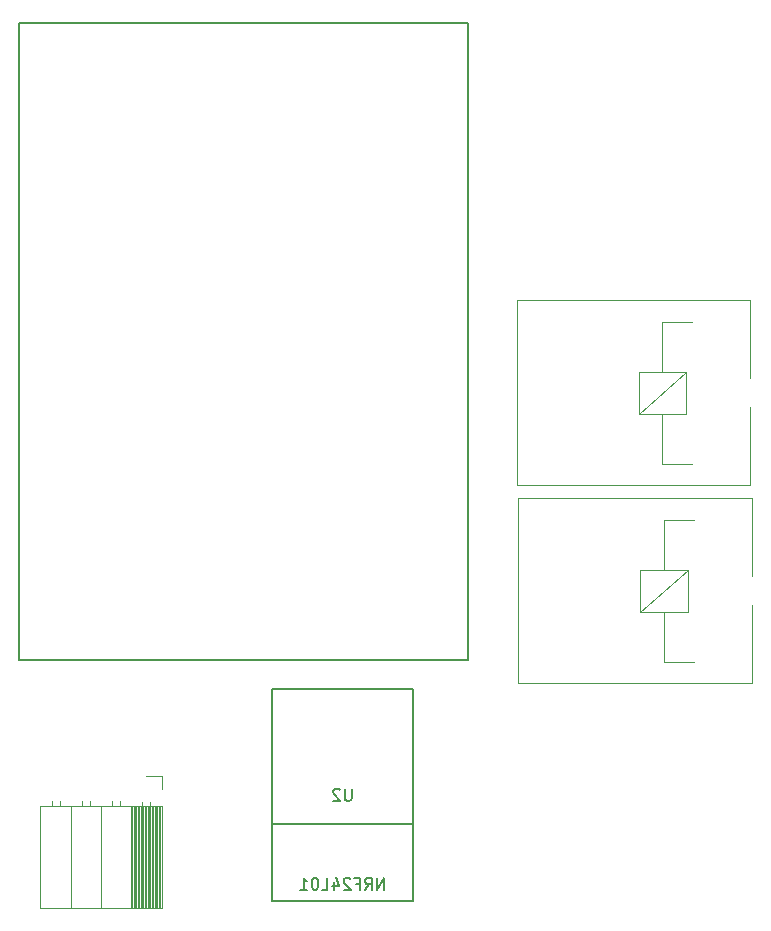
<source format=gbr>
%TF.GenerationSoftware,KiCad,Pcbnew,(6.0.0)*%
%TF.CreationDate,2022-04-01T08:55:31-04:00*%
%TF.ProjectId,Thermostat_Mega,54686572-6d6f-4737-9461-745f4d656761,rev?*%
%TF.SameCoordinates,Original*%
%TF.FileFunction,Legend,Bot*%
%TF.FilePolarity,Positive*%
%FSLAX46Y46*%
G04 Gerber Fmt 4.6, Leading zero omitted, Abs format (unit mm)*
G04 Created by KiCad (PCBNEW (6.0.0)) date 2022-04-01 08:55:31*
%MOMM*%
%LPD*%
G01*
G04 APERTURE LIST*
%ADD10C,0.150000*%
%ADD11C,0.120000*%
%ADD12C,0.127000*%
G04 APERTURE END LIST*
D10*
%TO.C,U2*%
X127761904Y-89190580D02*
X127761904Y-90000104D01*
X127714285Y-90095342D01*
X127666666Y-90142961D01*
X127571428Y-90190580D01*
X127380952Y-90190580D01*
X127285714Y-90142961D01*
X127238095Y-90095342D01*
X127190476Y-90000104D01*
X127190476Y-89190580D01*
X126761904Y-89285819D02*
X126714285Y-89238200D01*
X126619047Y-89190580D01*
X126380952Y-89190580D01*
X126285714Y-89238200D01*
X126238095Y-89285819D01*
X126190476Y-89381057D01*
X126190476Y-89476295D01*
X126238095Y-89619152D01*
X126809523Y-90190580D01*
X126190476Y-90190580D01*
X130523809Y-97734380D02*
X130523809Y-96734380D01*
X129952380Y-97734380D01*
X129952380Y-96734380D01*
X128904761Y-97734380D02*
X129238095Y-97258190D01*
X129476190Y-97734380D02*
X129476190Y-96734380D01*
X129095238Y-96734380D01*
X129000000Y-96782000D01*
X128952380Y-96829619D01*
X128904761Y-96924857D01*
X128904761Y-97067714D01*
X128952380Y-97162952D01*
X129000000Y-97210571D01*
X129095238Y-97258190D01*
X129476190Y-97258190D01*
X128142857Y-97210571D02*
X128476190Y-97210571D01*
X128476190Y-97734380D02*
X128476190Y-96734380D01*
X128000000Y-96734380D01*
X127666666Y-96829619D02*
X127619047Y-96782000D01*
X127523809Y-96734380D01*
X127285714Y-96734380D01*
X127190476Y-96782000D01*
X127142857Y-96829619D01*
X127095238Y-96924857D01*
X127095238Y-97020095D01*
X127142857Y-97162952D01*
X127714285Y-97734380D01*
X127095238Y-97734380D01*
X126238095Y-97067714D02*
X126238095Y-97734380D01*
X126476190Y-96686761D02*
X126714285Y-97401047D01*
X126095238Y-97401047D01*
X125238095Y-97734380D02*
X125714285Y-97734380D01*
X125714285Y-96734380D01*
X124714285Y-96734380D02*
X124619047Y-96734380D01*
X124523809Y-96782000D01*
X124476190Y-96829619D01*
X124428571Y-96924857D01*
X124380952Y-97115333D01*
X124380952Y-97353428D01*
X124428571Y-97543904D01*
X124476190Y-97639142D01*
X124523809Y-97686761D01*
X124619047Y-97734380D01*
X124714285Y-97734380D01*
X124809523Y-97686761D01*
X124857142Y-97639142D01*
X124904761Y-97543904D01*
X124952380Y-97353428D01*
X124952380Y-97115333D01*
X124904761Y-96924857D01*
X124857142Y-96829619D01*
X124809523Y-96782000D01*
X124714285Y-96734380D01*
X123428571Y-97734380D02*
X124000000Y-97734380D01*
X123714285Y-97734380D02*
X123714285Y-96734380D01*
X123809523Y-96877238D01*
X123904761Y-96972476D01*
X124000000Y-97020095D01*
D11*
%TO.C,K1*%
X141738000Y-47826000D02*
X141738000Y-63426000D01*
X156588000Y-61676000D02*
X154088000Y-61676000D01*
X156088000Y-53876000D02*
X152088000Y-53876000D01*
X161538000Y-47826000D02*
X161538000Y-54426000D01*
X154088000Y-49676000D02*
X154088000Y-53876000D01*
X156088000Y-57476000D02*
X156088000Y-53876000D01*
X152088000Y-57476000D02*
X156088000Y-53876000D01*
X152088000Y-53876000D02*
X152088000Y-57476000D01*
X161538000Y-56826000D02*
X161538000Y-63426000D01*
X152088000Y-57476000D02*
X156088000Y-57476000D01*
X154088000Y-49676000D02*
X156588000Y-49676000D01*
X154088000Y-57476000D02*
X154088000Y-61676000D01*
X161538000Y-47826000D02*
X141738000Y-47826000D01*
X141738000Y-63426000D02*
X161538000Y-63426000D01*
%TO.C,K2*%
X156224000Y-70640000D02*
X152224000Y-70640000D01*
X156224000Y-74240000D02*
X156224000Y-70640000D01*
X141874000Y-80190000D02*
X161674000Y-80190000D01*
X152224000Y-74240000D02*
X156224000Y-74240000D01*
X156724000Y-78440000D02*
X154224000Y-78440000D01*
X152224000Y-74240000D02*
X156224000Y-70640000D01*
X161674000Y-73590000D02*
X161674000Y-80190000D01*
X154224000Y-74240000D02*
X154224000Y-78440000D01*
X154224000Y-66440000D02*
X156724000Y-66440000D01*
X161674000Y-64590000D02*
X161674000Y-71190000D01*
X141874000Y-64590000D02*
X141874000Y-80190000D01*
X154224000Y-66440000D02*
X154224000Y-70640000D01*
X152224000Y-70640000D02*
X152224000Y-74240000D01*
X161674000Y-64590000D02*
X141874000Y-64590000D01*
D12*
%TO.C,U3*%
X99618000Y-24308000D02*
X99618000Y-78308000D01*
X137618000Y-24308000D02*
X137618000Y-78308000D01*
X137618000Y-24308000D02*
X99618000Y-24308000D01*
X137618000Y-78308000D02*
X99618000Y-78308000D01*
D11*
%TO.C,U4*%
X111682200Y-90659000D02*
X101402200Y-90659000D01*
X111326010Y-99289000D02*
X111326010Y-90659000D01*
X110263155Y-99289000D02*
X110263155Y-90659000D01*
X111089820Y-99289000D02*
X111089820Y-90659000D01*
X109436490Y-99289000D02*
X109436490Y-90659000D01*
X111682200Y-88089000D02*
X110352200Y-88089000D01*
X110617440Y-99289000D02*
X110617440Y-90659000D01*
X110381250Y-99289000D02*
X110381250Y-90659000D01*
X110735535Y-99289000D02*
X110735535Y-90659000D01*
X107452200Y-90659000D02*
X107452200Y-90249000D01*
X109790775Y-99289000D02*
X109790775Y-90659000D01*
X110971725Y-99289000D02*
X110971725Y-90659000D01*
X106542200Y-99289000D02*
X106542200Y-90659000D01*
X102372200Y-90659000D02*
X102372200Y-90249000D01*
X110145060Y-99289000D02*
X110145060Y-90659000D01*
X109318395Y-99289000D02*
X109318395Y-90659000D01*
X109908870Y-99289000D02*
X109908870Y-90659000D01*
X109992200Y-90659000D02*
X109992200Y-90309000D01*
X111562200Y-99289000D02*
X111562200Y-90659000D01*
X111682200Y-89199000D02*
X111682200Y-88089000D01*
X104912200Y-90659000D02*
X104912200Y-90249000D01*
X109672680Y-99289000D02*
X109672680Y-90659000D01*
X110499345Y-99289000D02*
X110499345Y-90659000D01*
X101402200Y-99289000D02*
X101402200Y-90659000D01*
X111444105Y-99289000D02*
X111444105Y-90659000D01*
X110026965Y-99289000D02*
X110026965Y-90659000D01*
X103092200Y-90659000D02*
X103092200Y-90249000D01*
X104002200Y-99289000D02*
X104002200Y-90659000D01*
X110712200Y-90659000D02*
X110712200Y-90309000D01*
X109200300Y-99289000D02*
X109200300Y-90659000D01*
X108172200Y-90659000D02*
X108172200Y-90249000D01*
X105632200Y-90659000D02*
X105632200Y-90249000D01*
X109082200Y-99289000D02*
X109082200Y-90659000D01*
X111682200Y-99289000D02*
X101402200Y-99289000D01*
X109554585Y-99289000D02*
X109554585Y-90659000D01*
X111207915Y-99289000D02*
X111207915Y-90659000D01*
X110853630Y-99289000D02*
X110853630Y-90659000D01*
X111682200Y-99289000D02*
X111682200Y-90659000D01*
D10*
%TO.C,U2*%
X121000000Y-80708000D02*
X121000000Y-98708000D01*
X133000000Y-98708000D02*
X133000000Y-80708000D01*
X121000000Y-98708000D02*
X133000000Y-98708000D01*
X133000000Y-80708000D02*
X121000000Y-80708000D01*
X121000000Y-92208000D02*
X133000000Y-92208000D01*
%TD*%
M02*

</source>
